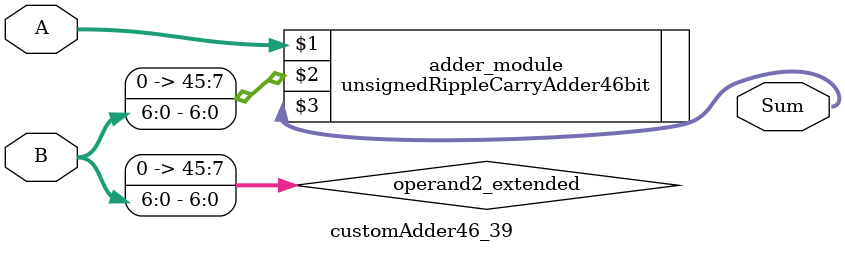
<source format=v>
module customAdder46_39(
                        input [45 : 0] A,
                        input [6 : 0] B,
                        
                        output [46 : 0] Sum
                );

        wire [45 : 0] operand2_extended;
        
        assign operand2_extended =  {39'b0, B};
        
        unsignedRippleCarryAdder46bit adder_module(
            A,
            operand2_extended,
            Sum
        );
        
        endmodule
        
</source>
